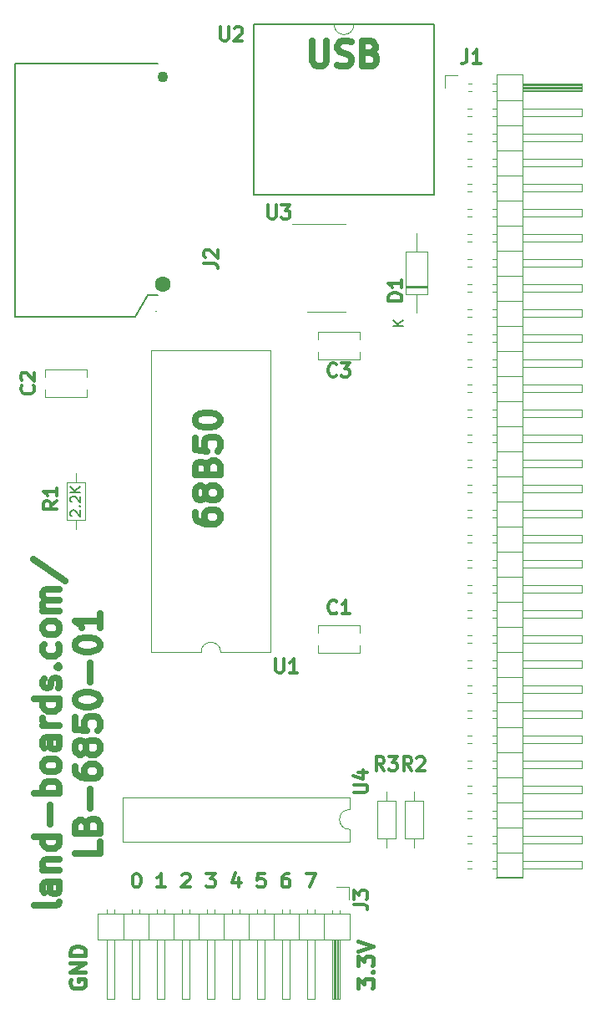
<source format=gto>
G04 #@! TF.GenerationSoftware,KiCad,Pcbnew,(6.0.1)*
G04 #@! TF.CreationDate,2022-09-10T06:26:57-04:00*
G04 #@! TF.ProjectId,LB-68B50-01,4c422d36-3842-4353-902d-30312e6b6963,1*
G04 #@! TF.SameCoordinates,Original*
G04 #@! TF.FileFunction,Legend,Top*
G04 #@! TF.FilePolarity,Positive*
%FSLAX46Y46*%
G04 Gerber Fmt 4.6, Leading zero omitted, Abs format (unit mm)*
G04 Created by KiCad (PCBNEW (6.0.1)) date 2022-09-10 06:26:57*
%MOMM*%
%LPD*%
G01*
G04 APERTURE LIST*
%ADD10C,0.349250*%
%ADD11C,0.396875*%
%ADD12C,0.635000*%
%ADD13C,0.150000*%
%ADD14C,0.120000*%
%ADD15C,0.010000*%
%ADD16C,1.100000*%
%ADD17C,1.600000*%
G04 APERTURE END LIST*
D10*
X144760647Y-134235976D02*
X144900952Y-134235976D01*
X145041257Y-134302500D01*
X145111409Y-134369023D01*
X145181561Y-134502071D01*
X145251714Y-134768166D01*
X145251714Y-135100785D01*
X145181561Y-135366880D01*
X145111409Y-135499928D01*
X145041257Y-135566452D01*
X144900952Y-135632976D01*
X144760647Y-135632976D01*
X144620342Y-135566452D01*
X144550190Y-135499928D01*
X144480038Y-135366880D01*
X144409885Y-135100785D01*
X144409885Y-134768166D01*
X144480038Y-134502071D01*
X144550190Y-134369023D01*
X144620342Y-134302500D01*
X144760647Y-134235976D01*
X147777200Y-135632976D02*
X146935371Y-135632976D01*
X147356285Y-135632976D02*
X147356285Y-134235976D01*
X147215980Y-134435547D01*
X147075676Y-134568595D01*
X146935371Y-134635119D01*
X149460857Y-134369023D02*
X149531009Y-134302500D01*
X149671314Y-134235976D01*
X150022076Y-134235976D01*
X150162380Y-134302500D01*
X150232533Y-134369023D01*
X150302685Y-134502071D01*
X150302685Y-134635119D01*
X150232533Y-134834690D01*
X149390704Y-135632976D01*
X150302685Y-135632976D01*
X151916190Y-134235976D02*
X152828171Y-134235976D01*
X152337104Y-134768166D01*
X152547561Y-134768166D01*
X152687866Y-134834690D01*
X152758019Y-134901214D01*
X152828171Y-135034261D01*
X152828171Y-135366880D01*
X152758019Y-135499928D01*
X152687866Y-135566452D01*
X152547561Y-135632976D01*
X152126647Y-135632976D01*
X151986342Y-135566452D01*
X151916190Y-135499928D01*
X155213352Y-134701642D02*
X155213352Y-135632976D01*
X154862590Y-134169452D02*
X154511828Y-135167309D01*
X155423809Y-135167309D01*
X157808990Y-134235976D02*
X157107466Y-134235976D01*
X157037314Y-134901214D01*
X157107466Y-134834690D01*
X157247771Y-134768166D01*
X157598533Y-134768166D01*
X157738838Y-134834690D01*
X157808990Y-134901214D01*
X157879142Y-135034261D01*
X157879142Y-135366880D01*
X157808990Y-135499928D01*
X157738838Y-135566452D01*
X157598533Y-135632976D01*
X157247771Y-135632976D01*
X157107466Y-135566452D01*
X157037314Y-135499928D01*
X160264323Y-134235976D02*
X159983714Y-134235976D01*
X159843409Y-134302500D01*
X159773257Y-134369023D01*
X159632952Y-134568595D01*
X159562800Y-134834690D01*
X159562800Y-135366880D01*
X159632952Y-135499928D01*
X159703104Y-135566452D01*
X159843409Y-135632976D01*
X160124019Y-135632976D01*
X160264323Y-135566452D01*
X160334476Y-135499928D01*
X160404628Y-135366880D01*
X160404628Y-135034261D01*
X160334476Y-134901214D01*
X160264323Y-134834690D01*
X160124019Y-134768166D01*
X159843409Y-134768166D01*
X159703104Y-134834690D01*
X159632952Y-134901214D01*
X159562800Y-135034261D01*
X162018133Y-134235976D02*
X163000266Y-134235976D01*
X162368895Y-135632976D01*
D11*
X167278654Y-145853452D02*
X167278654Y-144870714D01*
X167883416Y-145399880D01*
X167883416Y-145173095D01*
X167959011Y-145021904D01*
X168034607Y-144946309D01*
X168185797Y-144870714D01*
X168563773Y-144870714D01*
X168714964Y-144946309D01*
X168790559Y-145021904D01*
X168866154Y-145173095D01*
X168866154Y-145626666D01*
X168790559Y-145777857D01*
X168714964Y-145853452D01*
X168714964Y-144190357D02*
X168790559Y-144114761D01*
X168866154Y-144190357D01*
X168790559Y-144265952D01*
X168714964Y-144190357D01*
X168866154Y-144190357D01*
X167278654Y-143585595D02*
X167278654Y-142602857D01*
X167883416Y-143132023D01*
X167883416Y-142905238D01*
X167959011Y-142754047D01*
X168034607Y-142678452D01*
X168185797Y-142602857D01*
X168563773Y-142602857D01*
X168714964Y-142678452D01*
X168790559Y-142754047D01*
X168866154Y-142905238D01*
X168866154Y-143358809D01*
X168790559Y-143510000D01*
X168714964Y-143585595D01*
X167278654Y-142149285D02*
X168866154Y-141620119D01*
X167278654Y-141090952D01*
X138144250Y-144973523D02*
X138068654Y-145124714D01*
X138068654Y-145351500D01*
X138144250Y-145578285D01*
X138295440Y-145729476D01*
X138446630Y-145805071D01*
X138749011Y-145880666D01*
X138975797Y-145880666D01*
X139278178Y-145805071D01*
X139429369Y-145729476D01*
X139580559Y-145578285D01*
X139656154Y-145351500D01*
X139656154Y-145200309D01*
X139580559Y-144973523D01*
X139504964Y-144897928D01*
X138975797Y-144897928D01*
X138975797Y-145200309D01*
X139656154Y-144217571D02*
X138068654Y-144217571D01*
X139656154Y-143310428D01*
X138068654Y-143310428D01*
X139656154Y-142554476D02*
X138068654Y-142554476D01*
X138068654Y-142176500D01*
X138144250Y-141949714D01*
X138295440Y-141798523D01*
X138446630Y-141722928D01*
X138749011Y-141647333D01*
X138975797Y-141647333D01*
X139278178Y-141722928D01*
X139429369Y-141798523D01*
X139580559Y-141949714D01*
X139656154Y-142176500D01*
X139656154Y-142554476D01*
D12*
X150755047Y-97632761D02*
X150755047Y-98116571D01*
X150876000Y-98358476D01*
X150996952Y-98479428D01*
X151359809Y-98721333D01*
X151843619Y-98842285D01*
X152811238Y-98842285D01*
X153053142Y-98721333D01*
X153174095Y-98600380D01*
X153295047Y-98358476D01*
X153295047Y-97874666D01*
X153174095Y-97632761D01*
X153053142Y-97511809D01*
X152811238Y-97390857D01*
X152206476Y-97390857D01*
X151964571Y-97511809D01*
X151843619Y-97632761D01*
X151722666Y-97874666D01*
X151722666Y-98358476D01*
X151843619Y-98600380D01*
X151964571Y-98721333D01*
X152206476Y-98842285D01*
X151843619Y-95939428D02*
X151722666Y-96181333D01*
X151601714Y-96302285D01*
X151359809Y-96423238D01*
X151238857Y-96423238D01*
X150996952Y-96302285D01*
X150876000Y-96181333D01*
X150755047Y-95939428D01*
X150755047Y-95455619D01*
X150876000Y-95213714D01*
X150996952Y-95092761D01*
X151238857Y-94971809D01*
X151359809Y-94971809D01*
X151601714Y-95092761D01*
X151722666Y-95213714D01*
X151843619Y-95455619D01*
X151843619Y-95939428D01*
X151964571Y-96181333D01*
X152085523Y-96302285D01*
X152327428Y-96423238D01*
X152811238Y-96423238D01*
X153053142Y-96302285D01*
X153174095Y-96181333D01*
X153295047Y-95939428D01*
X153295047Y-95455619D01*
X153174095Y-95213714D01*
X153053142Y-95092761D01*
X152811238Y-94971809D01*
X152327428Y-94971809D01*
X152085523Y-95092761D01*
X151964571Y-95213714D01*
X151843619Y-95455619D01*
X151964571Y-93036571D02*
X152085523Y-92673714D01*
X152206476Y-92552761D01*
X152448380Y-92431809D01*
X152811238Y-92431809D01*
X153053142Y-92552761D01*
X153174095Y-92673714D01*
X153295047Y-92915619D01*
X153295047Y-93883238D01*
X150755047Y-93883238D01*
X150755047Y-93036571D01*
X150876000Y-92794666D01*
X150996952Y-92673714D01*
X151238857Y-92552761D01*
X151480761Y-92552761D01*
X151722666Y-92673714D01*
X151843619Y-92794666D01*
X151964571Y-93036571D01*
X151964571Y-93883238D01*
X150755047Y-90133714D02*
X150755047Y-91343238D01*
X151964571Y-91464190D01*
X151843619Y-91343238D01*
X151722666Y-91101333D01*
X151722666Y-90496571D01*
X151843619Y-90254666D01*
X151964571Y-90133714D01*
X152206476Y-90012761D01*
X152811238Y-90012761D01*
X153053142Y-90133714D01*
X153174095Y-90254666D01*
X153295047Y-90496571D01*
X153295047Y-91101333D01*
X153174095Y-91343238D01*
X153053142Y-91464190D01*
X150755047Y-88440380D02*
X150755047Y-88198476D01*
X150876000Y-87956571D01*
X150996952Y-87835619D01*
X151238857Y-87714666D01*
X151722666Y-87593714D01*
X152327428Y-87593714D01*
X152811238Y-87714666D01*
X153053142Y-87835619D01*
X153174095Y-87956571D01*
X153295047Y-88198476D01*
X153295047Y-88440380D01*
X153174095Y-88682285D01*
X153053142Y-88803238D01*
X152811238Y-88924190D01*
X152327428Y-89045142D01*
X151722666Y-89045142D01*
X151238857Y-88924190D01*
X150996952Y-88803238D01*
X150876000Y-88682285D01*
X150755047Y-88440380D01*
X137026347Y-137135809D02*
X136905395Y-137377714D01*
X136663490Y-137498666D01*
X134486347Y-137498666D01*
X137026347Y-135079619D02*
X135695871Y-135079619D01*
X135453966Y-135200571D01*
X135333014Y-135442476D01*
X135333014Y-135926285D01*
X135453966Y-136168190D01*
X136905395Y-135079619D02*
X137026347Y-135321523D01*
X137026347Y-135926285D01*
X136905395Y-136168190D01*
X136663490Y-136289142D01*
X136421585Y-136289142D01*
X136179680Y-136168190D01*
X136058728Y-135926285D01*
X136058728Y-135321523D01*
X135937776Y-135079619D01*
X135333014Y-133870095D02*
X137026347Y-133870095D01*
X135574919Y-133870095D02*
X135453966Y-133749142D01*
X135333014Y-133507238D01*
X135333014Y-133144380D01*
X135453966Y-132902476D01*
X135695871Y-132781523D01*
X137026347Y-132781523D01*
X137026347Y-130483428D02*
X134486347Y-130483428D01*
X136905395Y-130483428D02*
X137026347Y-130725333D01*
X137026347Y-131209142D01*
X136905395Y-131451047D01*
X136784442Y-131572000D01*
X136542538Y-131692952D01*
X135816823Y-131692952D01*
X135574919Y-131572000D01*
X135453966Y-131451047D01*
X135333014Y-131209142D01*
X135333014Y-130725333D01*
X135453966Y-130483428D01*
X136058728Y-129273904D02*
X136058728Y-127338666D01*
X137026347Y-126129142D02*
X134486347Y-126129142D01*
X135453966Y-126129142D02*
X135333014Y-125887238D01*
X135333014Y-125403428D01*
X135453966Y-125161523D01*
X135574919Y-125040571D01*
X135816823Y-124919619D01*
X136542538Y-124919619D01*
X136784442Y-125040571D01*
X136905395Y-125161523D01*
X137026347Y-125403428D01*
X137026347Y-125887238D01*
X136905395Y-126129142D01*
X137026347Y-123468190D02*
X136905395Y-123710095D01*
X136784442Y-123831047D01*
X136542538Y-123952000D01*
X135816823Y-123952000D01*
X135574919Y-123831047D01*
X135453966Y-123710095D01*
X135333014Y-123468190D01*
X135333014Y-123105333D01*
X135453966Y-122863428D01*
X135574919Y-122742476D01*
X135816823Y-122621523D01*
X136542538Y-122621523D01*
X136784442Y-122742476D01*
X136905395Y-122863428D01*
X137026347Y-123105333D01*
X137026347Y-123468190D01*
X137026347Y-120444380D02*
X135695871Y-120444380D01*
X135453966Y-120565333D01*
X135333014Y-120807238D01*
X135333014Y-121291047D01*
X135453966Y-121532952D01*
X136905395Y-120444380D02*
X137026347Y-120686285D01*
X137026347Y-121291047D01*
X136905395Y-121532952D01*
X136663490Y-121653904D01*
X136421585Y-121653904D01*
X136179680Y-121532952D01*
X136058728Y-121291047D01*
X136058728Y-120686285D01*
X135937776Y-120444380D01*
X137026347Y-119234857D02*
X135333014Y-119234857D01*
X135816823Y-119234857D02*
X135574919Y-119113904D01*
X135453966Y-118992952D01*
X135333014Y-118751047D01*
X135333014Y-118509142D01*
X137026347Y-116573904D02*
X134486347Y-116573904D01*
X136905395Y-116573904D02*
X137026347Y-116815809D01*
X137026347Y-117299619D01*
X136905395Y-117541523D01*
X136784442Y-117662476D01*
X136542538Y-117783428D01*
X135816823Y-117783428D01*
X135574919Y-117662476D01*
X135453966Y-117541523D01*
X135333014Y-117299619D01*
X135333014Y-116815809D01*
X135453966Y-116573904D01*
X136905395Y-115485333D02*
X137026347Y-115243428D01*
X137026347Y-114759619D01*
X136905395Y-114517714D01*
X136663490Y-114396761D01*
X136542538Y-114396761D01*
X136300633Y-114517714D01*
X136179680Y-114759619D01*
X136179680Y-115122476D01*
X136058728Y-115364380D01*
X135816823Y-115485333D01*
X135695871Y-115485333D01*
X135453966Y-115364380D01*
X135333014Y-115122476D01*
X135333014Y-114759619D01*
X135453966Y-114517714D01*
X136784442Y-113308190D02*
X136905395Y-113187238D01*
X137026347Y-113308190D01*
X136905395Y-113429142D01*
X136784442Y-113308190D01*
X137026347Y-113308190D01*
X136905395Y-111010095D02*
X137026347Y-111252000D01*
X137026347Y-111735809D01*
X136905395Y-111977714D01*
X136784442Y-112098666D01*
X136542538Y-112219619D01*
X135816823Y-112219619D01*
X135574919Y-112098666D01*
X135453966Y-111977714D01*
X135333014Y-111735809D01*
X135333014Y-111252000D01*
X135453966Y-111010095D01*
X137026347Y-109558666D02*
X136905395Y-109800571D01*
X136784442Y-109921523D01*
X136542538Y-110042476D01*
X135816823Y-110042476D01*
X135574919Y-109921523D01*
X135453966Y-109800571D01*
X135333014Y-109558666D01*
X135333014Y-109195809D01*
X135453966Y-108953904D01*
X135574919Y-108832952D01*
X135816823Y-108712000D01*
X136542538Y-108712000D01*
X136784442Y-108832952D01*
X136905395Y-108953904D01*
X137026347Y-109195809D01*
X137026347Y-109558666D01*
X137026347Y-107623428D02*
X135333014Y-107623428D01*
X135574919Y-107623428D02*
X135453966Y-107502476D01*
X135333014Y-107260571D01*
X135333014Y-106897714D01*
X135453966Y-106655809D01*
X135695871Y-106534857D01*
X137026347Y-106534857D01*
X135695871Y-106534857D02*
X135453966Y-106413904D01*
X135333014Y-106172000D01*
X135333014Y-105809142D01*
X135453966Y-105567238D01*
X135695871Y-105446285D01*
X137026347Y-105446285D01*
X134365395Y-102422476D02*
X137631109Y-104599619D01*
X141115747Y-131027714D02*
X141115747Y-132237238D01*
X138575747Y-132237238D01*
X139785271Y-129334380D02*
X139906223Y-128971523D01*
X140027176Y-128850571D01*
X140269080Y-128729619D01*
X140631938Y-128729619D01*
X140873842Y-128850571D01*
X140994795Y-128971523D01*
X141115747Y-129213428D01*
X141115747Y-130181047D01*
X138575747Y-130181047D01*
X138575747Y-129334380D01*
X138696700Y-129092476D01*
X138817652Y-128971523D01*
X139059557Y-128850571D01*
X139301461Y-128850571D01*
X139543366Y-128971523D01*
X139664319Y-129092476D01*
X139785271Y-129334380D01*
X139785271Y-130181047D01*
X140148128Y-127641047D02*
X140148128Y-125705809D01*
X138575747Y-123407714D02*
X138575747Y-123891523D01*
X138696700Y-124133428D01*
X138817652Y-124254380D01*
X139180509Y-124496285D01*
X139664319Y-124617238D01*
X140631938Y-124617238D01*
X140873842Y-124496285D01*
X140994795Y-124375333D01*
X141115747Y-124133428D01*
X141115747Y-123649619D01*
X140994795Y-123407714D01*
X140873842Y-123286761D01*
X140631938Y-123165809D01*
X140027176Y-123165809D01*
X139785271Y-123286761D01*
X139664319Y-123407714D01*
X139543366Y-123649619D01*
X139543366Y-124133428D01*
X139664319Y-124375333D01*
X139785271Y-124496285D01*
X140027176Y-124617238D01*
X139664319Y-121714380D02*
X139543366Y-121956285D01*
X139422414Y-122077238D01*
X139180509Y-122198190D01*
X139059557Y-122198190D01*
X138817652Y-122077238D01*
X138696700Y-121956285D01*
X138575747Y-121714380D01*
X138575747Y-121230571D01*
X138696700Y-120988666D01*
X138817652Y-120867714D01*
X139059557Y-120746761D01*
X139180509Y-120746761D01*
X139422414Y-120867714D01*
X139543366Y-120988666D01*
X139664319Y-121230571D01*
X139664319Y-121714380D01*
X139785271Y-121956285D01*
X139906223Y-122077238D01*
X140148128Y-122198190D01*
X140631938Y-122198190D01*
X140873842Y-122077238D01*
X140994795Y-121956285D01*
X141115747Y-121714380D01*
X141115747Y-121230571D01*
X140994795Y-120988666D01*
X140873842Y-120867714D01*
X140631938Y-120746761D01*
X140148128Y-120746761D01*
X139906223Y-120867714D01*
X139785271Y-120988666D01*
X139664319Y-121230571D01*
X138575747Y-118448666D02*
X138575747Y-119658190D01*
X139785271Y-119779142D01*
X139664319Y-119658190D01*
X139543366Y-119416285D01*
X139543366Y-118811523D01*
X139664319Y-118569619D01*
X139785271Y-118448666D01*
X140027176Y-118327714D01*
X140631938Y-118327714D01*
X140873842Y-118448666D01*
X140994795Y-118569619D01*
X141115747Y-118811523D01*
X141115747Y-119416285D01*
X140994795Y-119658190D01*
X140873842Y-119779142D01*
X138575747Y-116755333D02*
X138575747Y-116513428D01*
X138696700Y-116271523D01*
X138817652Y-116150571D01*
X139059557Y-116029619D01*
X139543366Y-115908666D01*
X140148128Y-115908666D01*
X140631938Y-116029619D01*
X140873842Y-116150571D01*
X140994795Y-116271523D01*
X141115747Y-116513428D01*
X141115747Y-116755333D01*
X140994795Y-116997238D01*
X140873842Y-117118190D01*
X140631938Y-117239142D01*
X140148128Y-117360095D01*
X139543366Y-117360095D01*
X139059557Y-117239142D01*
X138817652Y-117118190D01*
X138696700Y-116997238D01*
X138575747Y-116755333D01*
X140148128Y-114820095D02*
X140148128Y-112884857D01*
X138575747Y-111191523D02*
X138575747Y-110949619D01*
X138696700Y-110707714D01*
X138817652Y-110586761D01*
X139059557Y-110465809D01*
X139543366Y-110344857D01*
X140148128Y-110344857D01*
X140631938Y-110465809D01*
X140873842Y-110586761D01*
X140994795Y-110707714D01*
X141115747Y-110949619D01*
X141115747Y-111191523D01*
X140994795Y-111433428D01*
X140873842Y-111554380D01*
X140631938Y-111675333D01*
X140148128Y-111796285D01*
X139543366Y-111796285D01*
X139059557Y-111675333D01*
X138817652Y-111554380D01*
X138696700Y-111433428D01*
X138575747Y-111191523D01*
X141115747Y-107925809D02*
X141115747Y-109377238D01*
X141115747Y-108651523D02*
X138575747Y-108651523D01*
X138938604Y-108893428D01*
X139180509Y-109135333D01*
X139301461Y-109377238D01*
X162656761Y-49917047D02*
X162656761Y-51973238D01*
X162777714Y-52215142D01*
X162898666Y-52336095D01*
X163140571Y-52457047D01*
X163624380Y-52457047D01*
X163866285Y-52336095D01*
X163987238Y-52215142D01*
X164108190Y-51973238D01*
X164108190Y-49917047D01*
X165196761Y-52336095D02*
X165559619Y-52457047D01*
X166164380Y-52457047D01*
X166406285Y-52336095D01*
X166527238Y-52215142D01*
X166648190Y-51973238D01*
X166648190Y-51731333D01*
X166527238Y-51489428D01*
X166406285Y-51368476D01*
X166164380Y-51247523D01*
X165680571Y-51126571D01*
X165438666Y-51005619D01*
X165317714Y-50884666D01*
X165196761Y-50642761D01*
X165196761Y-50400857D01*
X165317714Y-50158952D01*
X165438666Y-50038000D01*
X165680571Y-49917047D01*
X166285333Y-49917047D01*
X166648190Y-50038000D01*
X168583428Y-51126571D02*
X168946285Y-51247523D01*
X169067238Y-51368476D01*
X169188190Y-51610380D01*
X169188190Y-51973238D01*
X169067238Y-52215142D01*
X168946285Y-52336095D01*
X168704380Y-52457047D01*
X167736761Y-52457047D01*
X167736761Y-49917047D01*
X168583428Y-49917047D01*
X168825333Y-50038000D01*
X168946285Y-50158952D01*
X169067238Y-50400857D01*
X169067238Y-50642761D01*
X168946285Y-50884666D01*
X168825333Y-51005619D01*
X168583428Y-51126571D01*
X167736761Y-51126571D01*
D10*
X178350333Y-50796976D02*
X178350333Y-51794833D01*
X178283809Y-51994404D01*
X178150761Y-52127452D01*
X177951190Y-52193976D01*
X177818142Y-52193976D01*
X179747333Y-52193976D02*
X178949047Y-52193976D01*
X179348190Y-52193976D02*
X179348190Y-50796976D01*
X179215142Y-50996547D01*
X179082095Y-51129595D01*
X178949047Y-51196119D01*
X158955619Y-112518976D02*
X158955619Y-113649880D01*
X159022142Y-113782928D01*
X159088666Y-113849452D01*
X159221714Y-113915976D01*
X159487809Y-113915976D01*
X159620857Y-113849452D01*
X159687380Y-113782928D01*
X159753904Y-113649880D01*
X159753904Y-112518976D01*
X161150904Y-113915976D02*
X160352619Y-113915976D01*
X160751761Y-113915976D02*
X160751761Y-112518976D01*
X160618714Y-112718547D01*
X160485666Y-112851595D01*
X160352619Y-112918119D01*
X136775976Y-96498833D02*
X136110738Y-96964500D01*
X136775976Y-97297119D02*
X135378976Y-97297119D01*
X135378976Y-96764928D01*
X135445500Y-96631880D01*
X135512023Y-96565357D01*
X135645071Y-96498833D01*
X135844642Y-96498833D01*
X135977690Y-96565357D01*
X136044214Y-96631880D01*
X136110738Y-96764928D01*
X136110738Y-97297119D01*
X136775976Y-95168357D02*
X136775976Y-95966642D01*
X136775976Y-95567500D02*
X135378976Y-95567500D01*
X135578547Y-95700547D01*
X135711595Y-95833595D01*
X135778119Y-95966642D01*
D13*
X138231619Y-98020000D02*
X138184000Y-97972380D01*
X138136380Y-97877142D01*
X138136380Y-97639047D01*
X138184000Y-97543809D01*
X138231619Y-97496190D01*
X138326857Y-97448571D01*
X138422095Y-97448571D01*
X138564952Y-97496190D01*
X139136380Y-98067619D01*
X139136380Y-97448571D01*
X139041142Y-97020000D02*
X139088761Y-96972380D01*
X139136380Y-97020000D01*
X139088761Y-97067619D01*
X139041142Y-97020000D01*
X139136380Y-97020000D01*
X138231619Y-96591428D02*
X138184000Y-96543809D01*
X138136380Y-96448571D01*
X138136380Y-96210476D01*
X138184000Y-96115238D01*
X138231619Y-96067619D01*
X138326857Y-96020000D01*
X138422095Y-96020000D01*
X138564952Y-96067619D01*
X139136380Y-96639047D01*
X139136380Y-96020000D01*
X139136380Y-95591428D02*
X138136380Y-95591428D01*
X139136380Y-95020000D02*
X138564952Y-95448571D01*
X138136380Y-95020000D02*
X138707809Y-95591428D01*
D10*
X151675476Y-72442666D02*
X152673333Y-72442666D01*
X152872904Y-72509190D01*
X153005952Y-72642238D01*
X153072476Y-72841809D01*
X153072476Y-72974857D01*
X151808523Y-71843952D02*
X151742000Y-71777428D01*
X151675476Y-71644380D01*
X151675476Y-71311761D01*
X151742000Y-71178714D01*
X151808523Y-71112190D01*
X151941571Y-71045666D01*
X152074619Y-71045666D01*
X152274190Y-71112190D01*
X153072476Y-71910476D01*
X153072476Y-71045666D01*
X166874976Y-126032380D02*
X168005880Y-126032380D01*
X168138928Y-125965857D01*
X168205452Y-125899333D01*
X168271976Y-125766285D01*
X168271976Y-125500190D01*
X168205452Y-125367142D01*
X168138928Y-125300619D01*
X168005880Y-125234095D01*
X166874976Y-125234095D01*
X167340642Y-123970142D02*
X168271976Y-123970142D01*
X166808452Y-124302761D02*
X167806309Y-124635380D01*
X167806309Y-123770571D01*
X153367619Y-48510976D02*
X153367619Y-49641880D01*
X153434142Y-49774928D01*
X153500666Y-49841452D01*
X153633714Y-49907976D01*
X153899809Y-49907976D01*
X154032857Y-49841452D01*
X154099380Y-49774928D01*
X154165904Y-49641880D01*
X154165904Y-48510976D01*
X154764619Y-48644023D02*
X154831142Y-48577500D01*
X154964190Y-48510976D01*
X155296809Y-48510976D01*
X155429857Y-48577500D01*
X155496380Y-48644023D01*
X155562904Y-48777071D01*
X155562904Y-48910119D01*
X155496380Y-49109690D01*
X154698095Y-49907976D01*
X155562904Y-49907976D01*
X165141166Y-107813928D02*
X165074642Y-107880452D01*
X164875071Y-107946976D01*
X164742023Y-107946976D01*
X164542452Y-107880452D01*
X164409404Y-107747404D01*
X164342880Y-107614357D01*
X164276357Y-107348261D01*
X164276357Y-107148690D01*
X164342880Y-106882595D01*
X164409404Y-106749547D01*
X164542452Y-106616500D01*
X164742023Y-106549976D01*
X164875071Y-106549976D01*
X165074642Y-106616500D01*
X165141166Y-106683023D01*
X166471642Y-107946976D02*
X165673357Y-107946976D01*
X166072500Y-107946976D02*
X166072500Y-106549976D01*
X165939452Y-106749547D01*
X165806404Y-106882595D01*
X165673357Y-106949119D01*
X158193619Y-66544976D02*
X158193619Y-67675880D01*
X158260142Y-67808928D01*
X158326666Y-67875452D01*
X158459714Y-67941976D01*
X158725809Y-67941976D01*
X158858857Y-67875452D01*
X158925380Y-67808928D01*
X158991904Y-67675880D01*
X158991904Y-66544976D01*
X159524095Y-66544976D02*
X160388904Y-66544976D01*
X159923238Y-67077166D01*
X160122809Y-67077166D01*
X160255857Y-67143690D01*
X160322380Y-67210214D01*
X160388904Y-67343261D01*
X160388904Y-67675880D01*
X160322380Y-67808928D01*
X160255857Y-67875452D01*
X160122809Y-67941976D01*
X159723666Y-67941976D01*
X159590619Y-67875452D01*
X159524095Y-67808928D01*
X134356928Y-84814833D02*
X134423452Y-84881357D01*
X134489976Y-85080928D01*
X134489976Y-85213976D01*
X134423452Y-85413547D01*
X134290404Y-85546595D01*
X134157357Y-85613119D01*
X133891261Y-85679642D01*
X133691690Y-85679642D01*
X133425595Y-85613119D01*
X133292547Y-85546595D01*
X133159500Y-85413547D01*
X133092976Y-85213976D01*
X133092976Y-85080928D01*
X133159500Y-84881357D01*
X133226023Y-84814833D01*
X133226023Y-84282642D02*
X133159500Y-84216119D01*
X133092976Y-84083071D01*
X133092976Y-83750452D01*
X133159500Y-83617404D01*
X133226023Y-83550880D01*
X133359071Y-83484357D01*
X133492119Y-83484357D01*
X133691690Y-83550880D01*
X134489976Y-84349166D01*
X134489976Y-83484357D01*
X171739976Y-76215119D02*
X170342976Y-76215119D01*
X170342976Y-75882500D01*
X170409500Y-75682928D01*
X170542547Y-75549880D01*
X170675595Y-75483357D01*
X170941690Y-75416833D01*
X171141261Y-75416833D01*
X171407357Y-75483357D01*
X171540404Y-75549880D01*
X171673452Y-75682928D01*
X171739976Y-75882500D01*
X171739976Y-76215119D01*
X171739976Y-74086357D02*
X171739976Y-74884642D01*
X171739976Y-74485500D02*
X170342976Y-74485500D01*
X170542547Y-74618547D01*
X170675595Y-74751595D01*
X170742119Y-74884642D01*
D13*
X171880380Y-78747904D02*
X170880380Y-78747904D01*
X171880380Y-78176476D02*
X171308952Y-78605047D01*
X170880380Y-78176476D02*
X171451809Y-78747904D01*
D10*
X169947166Y-123821976D02*
X169481500Y-123156738D01*
X169148880Y-123821976D02*
X169148880Y-122424976D01*
X169681071Y-122424976D01*
X169814119Y-122491500D01*
X169880642Y-122558023D01*
X169947166Y-122691071D01*
X169947166Y-122890642D01*
X169880642Y-123023690D01*
X169814119Y-123090214D01*
X169681071Y-123156738D01*
X169148880Y-123156738D01*
X170412833Y-122424976D02*
X171277642Y-122424976D01*
X170811976Y-122957166D01*
X171011547Y-122957166D01*
X171144595Y-123023690D01*
X171211119Y-123090214D01*
X171277642Y-123223261D01*
X171277642Y-123555880D01*
X171211119Y-123688928D01*
X171144595Y-123755452D01*
X171011547Y-123821976D01*
X170612404Y-123821976D01*
X170479357Y-123755452D01*
X170412833Y-123688928D01*
X166874976Y-137371666D02*
X167872833Y-137371666D01*
X168072404Y-137438190D01*
X168205452Y-137571238D01*
X168271976Y-137770809D01*
X168271976Y-137903857D01*
X166874976Y-136839476D02*
X166874976Y-135974666D01*
X167407166Y-136440333D01*
X167407166Y-136240761D01*
X167473690Y-136107714D01*
X167540214Y-136041190D01*
X167673261Y-135974666D01*
X168005880Y-135974666D01*
X168138928Y-136041190D01*
X168205452Y-136107714D01*
X168271976Y-136240761D01*
X168271976Y-136639904D01*
X168205452Y-136772952D01*
X168138928Y-136839476D01*
X172741166Y-123821976D02*
X172275500Y-123156738D01*
X171942880Y-123821976D02*
X171942880Y-122424976D01*
X172475071Y-122424976D01*
X172608119Y-122491500D01*
X172674642Y-122558023D01*
X172741166Y-122691071D01*
X172741166Y-122890642D01*
X172674642Y-123023690D01*
X172608119Y-123090214D01*
X172475071Y-123156738D01*
X171942880Y-123156738D01*
X173273357Y-122558023D02*
X173339880Y-122491500D01*
X173472928Y-122424976D01*
X173805547Y-122424976D01*
X173938595Y-122491500D01*
X174005119Y-122558023D01*
X174071642Y-122691071D01*
X174071642Y-122824119D01*
X174005119Y-123023690D01*
X173206833Y-123821976D01*
X174071642Y-123821976D01*
X165121166Y-83810928D02*
X165054642Y-83877452D01*
X164855071Y-83943976D01*
X164722023Y-83943976D01*
X164522452Y-83877452D01*
X164389404Y-83744404D01*
X164322880Y-83611357D01*
X164256357Y-83345261D01*
X164256357Y-83145690D01*
X164322880Y-82879595D01*
X164389404Y-82746547D01*
X164522452Y-82613500D01*
X164722023Y-82546976D01*
X164855071Y-82546976D01*
X165054642Y-82613500D01*
X165121166Y-82680023D01*
X165586833Y-82546976D02*
X166451642Y-82546976D01*
X165985976Y-83079166D01*
X166185547Y-83079166D01*
X166318595Y-83145690D01*
X166385119Y-83212214D01*
X166451642Y-83345261D01*
X166451642Y-83677880D01*
X166385119Y-83810928D01*
X166318595Y-83877452D01*
X166185547Y-83943976D01*
X165786404Y-83943976D01*
X165653357Y-83877452D01*
X165586833Y-83810928D01*
D14*
X189990000Y-90555000D02*
X183990000Y-90555000D01*
X183990000Y-59315000D02*
X189990000Y-59315000D01*
X181330000Y-66045000D02*
X183990000Y-66045000D01*
X180932929Y-75315000D02*
X181330000Y-75315000D01*
X178392929Y-72775000D02*
X178847071Y-72775000D01*
X178392929Y-93095000D02*
X178847071Y-93095000D01*
X189990000Y-67695000D02*
X183990000Y-67695000D01*
X189990000Y-84715000D02*
X189990000Y-85475000D01*
X178392929Y-98175000D02*
X178847071Y-98175000D01*
X178392929Y-67695000D02*
X178847071Y-67695000D01*
X178392929Y-107575000D02*
X178847071Y-107575000D01*
X178392929Y-57535000D02*
X178847071Y-57535000D01*
X178392929Y-70235000D02*
X178847071Y-70235000D01*
X181330000Y-53285000D02*
X181330000Y-134625000D01*
X189990000Y-131195000D02*
X183990000Y-131195000D01*
X180932929Y-97415000D02*
X181330000Y-97415000D01*
X180932929Y-105795000D02*
X181330000Y-105795000D01*
X189990000Y-110115000D02*
X189990000Y-110875000D01*
X178392929Y-115195000D02*
X178847071Y-115195000D01*
X180932929Y-99955000D02*
X181330000Y-99955000D01*
X180932929Y-121035000D02*
X181330000Y-121035000D01*
X189990000Y-69475000D02*
X189990000Y-70235000D01*
X180932929Y-74555000D02*
X181330000Y-74555000D01*
X189990000Y-105795000D02*
X183990000Y-105795000D01*
X183990000Y-72015000D02*
X189990000Y-72015000D01*
X178392929Y-82935000D02*
X178847071Y-82935000D01*
X178392929Y-80395000D02*
X178847071Y-80395000D01*
X181330000Y-129545000D02*
X183990000Y-129545000D01*
X181330000Y-96525000D02*
X183990000Y-96525000D01*
X183990000Y-112655000D02*
X189990000Y-112655000D01*
X180932929Y-79635000D02*
X181330000Y-79635000D01*
X183990000Y-54235000D02*
X189990000Y-54235000D01*
X180932929Y-82935000D02*
X181330000Y-82935000D01*
X180932929Y-92335000D02*
X181330000Y-92335000D01*
X178392929Y-62615000D02*
X178847071Y-62615000D01*
X183990000Y-110115000D02*
X189990000Y-110115000D01*
X178392929Y-82175000D02*
X178847071Y-82175000D01*
X189990000Y-82935000D02*
X183990000Y-82935000D01*
X180932929Y-66935000D02*
X181330000Y-66935000D01*
X178392929Y-64395000D02*
X178847071Y-64395000D01*
X181330000Y-99065000D02*
X183990000Y-99065000D01*
X189990000Y-85475000D02*
X183990000Y-85475000D01*
D13*
X181330000Y-134625000D02*
X183990000Y-134625000D01*
D14*
X180932929Y-113415000D02*
X181330000Y-113415000D01*
X178392929Y-105795000D02*
X178847071Y-105795000D01*
X180932929Y-103255000D02*
X181330000Y-103255000D01*
X178392929Y-110115000D02*
X178847071Y-110115000D01*
X181330000Y-116845000D02*
X183990000Y-116845000D01*
X181330000Y-132085000D02*
X183990000Y-132085000D01*
X180932929Y-128655000D02*
X181330000Y-128655000D01*
X180932929Y-87255000D02*
X181330000Y-87255000D01*
X178392929Y-88015000D02*
X178847071Y-88015000D01*
X178392929Y-125355000D02*
X178847071Y-125355000D01*
X181330000Y-81285000D02*
X183990000Y-81285000D01*
X178392929Y-127895000D02*
X178847071Y-127895000D01*
X180932929Y-62615000D02*
X181330000Y-62615000D01*
X178392929Y-132975000D02*
X178847071Y-132975000D01*
X180932929Y-54995000D02*
X181330000Y-54995000D01*
X189990000Y-112655000D02*
X189990000Y-113415000D01*
X180932929Y-127895000D02*
X181330000Y-127895000D01*
X181330000Y-119385000D02*
X183990000Y-119385000D01*
X183990000Y-54535000D02*
X189990000Y-54535000D01*
X189990000Y-123575000D02*
X183990000Y-123575000D01*
X183990000Y-66935000D02*
X189990000Y-66935000D01*
X178392929Y-120275000D02*
X178847071Y-120275000D01*
X189990000Y-128655000D02*
X183990000Y-128655000D01*
X189990000Y-95635000D02*
X183990000Y-95635000D01*
X189990000Y-70235000D02*
X183990000Y-70235000D01*
X181330000Y-101605000D02*
X183990000Y-101605000D01*
X183990000Y-107575000D02*
X189990000Y-107575000D01*
X178460000Y-54995000D02*
X178847071Y-54995000D01*
X180932929Y-123575000D02*
X181330000Y-123575000D01*
X180932929Y-110875000D02*
X181330000Y-110875000D01*
X189990000Y-115955000D02*
X183990000Y-115955000D01*
X181330000Y-55885000D02*
X183990000Y-55885000D01*
X189990000Y-72015000D02*
X189990000Y-72775000D01*
X183990000Y-56775000D02*
X189990000Y-56775000D01*
X189990000Y-92335000D02*
X189990000Y-93095000D01*
X183990000Y-54775000D02*
X189990000Y-54775000D01*
X189990000Y-56775000D02*
X189990000Y-57535000D01*
X181330000Y-78745000D02*
X183990000Y-78745000D01*
X178392929Y-87255000D02*
X178847071Y-87255000D01*
X181330000Y-121925000D02*
X183990000Y-121925000D01*
X183990000Y-61855000D02*
X189990000Y-61855000D01*
X189990000Y-66935000D02*
X189990000Y-67695000D01*
X183990000Y-132975000D02*
X189990000Y-132975000D01*
X183990000Y-54415000D02*
X189990000Y-54415000D01*
X189990000Y-132975000D02*
X189990000Y-133735000D01*
X180932929Y-84715000D02*
X181330000Y-84715000D01*
X178392929Y-94875000D02*
X178847071Y-94875000D01*
X178392929Y-59315000D02*
X178847071Y-59315000D01*
X181330000Y-93985000D02*
X183990000Y-93985000D01*
X180932929Y-115195000D02*
X181330000Y-115195000D01*
X180932929Y-125355000D02*
X181330000Y-125355000D01*
X189990000Y-98175000D02*
X183990000Y-98175000D01*
X189990000Y-121035000D02*
X183990000Y-121035000D01*
X178392929Y-74555000D02*
X178847071Y-74555000D01*
X178392929Y-92335000D02*
X178847071Y-92335000D01*
X183990000Y-92335000D02*
X189990000Y-92335000D01*
X183990000Y-54295000D02*
X189990000Y-54295000D01*
X183990000Y-102495000D02*
X189990000Y-102495000D01*
X178392929Y-84715000D02*
X178847071Y-84715000D01*
X189990000Y-54995000D02*
X183990000Y-54995000D01*
X180932929Y-95635000D02*
X181330000Y-95635000D01*
X180932929Y-118495000D02*
X181330000Y-118495000D01*
X183990000Y-105035000D02*
X189990000Y-105035000D01*
X181330000Y-60965000D02*
X183990000Y-60965000D01*
X178392929Y-118495000D02*
X178847071Y-118495000D01*
X189990000Y-89795000D02*
X189990000Y-90555000D01*
X180932929Y-102495000D02*
X181330000Y-102495000D01*
X189990000Y-54235000D02*
X189990000Y-54995000D01*
X181330000Y-83825000D02*
X183990000Y-83825000D01*
X180932929Y-122815000D02*
X181330000Y-122815000D01*
X181330000Y-71125000D02*
X183990000Y-71125000D01*
X178392929Y-97415000D02*
X178847071Y-97415000D01*
X181330000Y-104145000D02*
X183990000Y-104145000D01*
X183990000Y-77095000D02*
X189990000Y-77095000D01*
X180932929Y-115955000D02*
X181330000Y-115955000D01*
X180932929Y-60075000D02*
X181330000Y-60075000D01*
X178392929Y-99955000D02*
X178847071Y-99955000D01*
X181330000Y-111765000D02*
X183990000Y-111765000D01*
X178392929Y-61855000D02*
X178847071Y-61855000D01*
X180932929Y-90555000D02*
X181330000Y-90555000D01*
X189990000Y-108335000D02*
X183990000Y-108335000D01*
X183990000Y-94875000D02*
X189990000Y-94875000D01*
X189990000Y-88015000D02*
X183990000Y-88015000D01*
X183990000Y-130435000D02*
X189990000Y-130435000D01*
X189990000Y-72775000D02*
X183990000Y-72775000D01*
X189990000Y-130435000D02*
X189990000Y-131195000D01*
X180932929Y-77095000D02*
X181330000Y-77095000D01*
X180932929Y-59315000D02*
X181330000Y-59315000D01*
X189990000Y-113415000D02*
X183990000Y-113415000D01*
X189990000Y-117735000D02*
X189990000Y-118495000D01*
X180932929Y-72775000D02*
X181330000Y-72775000D01*
X180932929Y-65155000D02*
X181330000Y-65155000D01*
X178392929Y-56775000D02*
X178847071Y-56775000D01*
X180932929Y-112655000D02*
X181330000Y-112655000D01*
X189990000Y-115195000D02*
X189990000Y-115955000D01*
X189990000Y-79635000D02*
X189990000Y-80395000D01*
X181330000Y-76205000D02*
X183990000Y-76205000D01*
X189990000Y-77855000D02*
X183990000Y-77855000D01*
X180932929Y-72015000D02*
X181330000Y-72015000D01*
X189990000Y-107575000D02*
X189990000Y-108335000D01*
X189990000Y-125355000D02*
X189990000Y-126115000D01*
X178392929Y-65155000D02*
X178847071Y-65155000D01*
X180932929Y-57535000D02*
X181330000Y-57535000D01*
X178392929Y-69475000D02*
X178847071Y-69475000D01*
X178392929Y-79635000D02*
X178847071Y-79635000D01*
X183990000Y-99955000D02*
X189990000Y-99955000D01*
X178392929Y-72015000D02*
X178847071Y-72015000D01*
X189990000Y-82175000D02*
X189990000Y-82935000D01*
X181330000Y-109225000D02*
X183990000Y-109225000D01*
X183990000Y-125355000D02*
X189990000Y-125355000D01*
X181330000Y-86365000D02*
X183990000Y-86365000D01*
X189990000Y-64395000D02*
X189990000Y-65155000D01*
X183990000Y-117735000D02*
X189990000Y-117735000D01*
X189990000Y-65155000D02*
X183990000Y-65155000D01*
X181330000Y-106685000D02*
X183990000Y-106685000D01*
X178392929Y-110875000D02*
X178847071Y-110875000D01*
X183990000Y-69475000D02*
X189990000Y-69475000D01*
X178392929Y-100715000D02*
X178847071Y-100715000D01*
X181330000Y-68585000D02*
X183990000Y-68585000D01*
X189990000Y-75315000D02*
X183990000Y-75315000D01*
X180932929Y-126115000D02*
X181330000Y-126115000D01*
X178392929Y-77095000D02*
X178847071Y-77095000D01*
X189990000Y-80395000D02*
X183990000Y-80395000D01*
X181330000Y-63505000D02*
X183990000Y-63505000D01*
X178392929Y-123575000D02*
X178847071Y-123575000D01*
X180932929Y-88015000D02*
X181330000Y-88015000D01*
X189990000Y-118495000D02*
X183990000Y-118495000D01*
X176080000Y-53345000D02*
X177350000Y-53345000D01*
X189990000Y-94875000D02*
X189990000Y-95635000D01*
X189990000Y-127895000D02*
X189990000Y-128655000D01*
X178460000Y-54235000D02*
X178847071Y-54235000D01*
X183990000Y-89795000D02*
X189990000Y-89795000D01*
X180932929Y-133735000D02*
X181330000Y-133735000D01*
X183990000Y-54895000D02*
X189990000Y-54895000D01*
X178392929Y-85475000D02*
X178847071Y-85475000D01*
X178392929Y-75315000D02*
X178847071Y-75315000D01*
X178392929Y-121035000D02*
X178847071Y-121035000D01*
X178392929Y-102495000D02*
X178847071Y-102495000D01*
X178392929Y-112655000D02*
X178847071Y-112655000D01*
X180932929Y-67695000D02*
X181330000Y-67695000D01*
X183990000Y-127895000D02*
X189990000Y-127895000D01*
X178392929Y-128655000D02*
X178847071Y-128655000D01*
X180932929Y-131195000D02*
X181330000Y-131195000D01*
X189990000Y-122815000D02*
X189990000Y-123575000D01*
X183990000Y-64395000D02*
X189990000Y-64395000D01*
X180932929Y-94875000D02*
X181330000Y-94875000D01*
X183990000Y-54655000D02*
X189990000Y-54655000D01*
X189990000Y-120275000D02*
X189990000Y-121035000D01*
X180932929Y-85475000D02*
X181330000Y-85475000D01*
X180932929Y-64395000D02*
X181330000Y-64395000D01*
X178392929Y-133735000D02*
X178847071Y-133735000D01*
X189990000Y-110875000D02*
X183990000Y-110875000D01*
X181330000Y-88905000D02*
X183990000Y-88905000D01*
X180932929Y-108335000D02*
X181330000Y-108335000D01*
X178392929Y-105035000D02*
X178847071Y-105035000D01*
X180932929Y-77855000D02*
X181330000Y-77855000D01*
X180932929Y-89795000D02*
X181330000Y-89795000D01*
X181330000Y-91445000D02*
X183990000Y-91445000D01*
X180932929Y-107575000D02*
X181330000Y-107575000D01*
X180932929Y-105035000D02*
X181330000Y-105035000D01*
X178392929Y-131195000D02*
X178847071Y-131195000D01*
X178392929Y-89795000D02*
X178847071Y-89795000D01*
X183990000Y-134625000D02*
X183990000Y-53285000D01*
X178392929Y-90555000D02*
X178847071Y-90555000D01*
X183990000Y-87255000D02*
X189990000Y-87255000D01*
X178392929Y-60075000D02*
X178847071Y-60075000D01*
X181330000Y-127005000D02*
X183990000Y-127005000D01*
X189990000Y-62615000D02*
X183990000Y-62615000D01*
X178392929Y-108335000D02*
X178847071Y-108335000D01*
X178392929Y-95635000D02*
X178847071Y-95635000D01*
X180932929Y-61855000D02*
X181330000Y-61855000D01*
X189990000Y-74555000D02*
X189990000Y-75315000D01*
X178392929Y-77855000D02*
X178847071Y-77855000D01*
X189990000Y-87255000D02*
X189990000Y-88015000D01*
X178392929Y-122815000D02*
X178847071Y-122815000D01*
X180932929Y-70235000D02*
X181330000Y-70235000D01*
X178392929Y-103255000D02*
X178847071Y-103255000D01*
X180932929Y-69475000D02*
X181330000Y-69475000D01*
X180932929Y-98175000D02*
X181330000Y-98175000D01*
X181330000Y-114305000D02*
X183990000Y-114305000D01*
X189990000Y-100715000D02*
X183990000Y-100715000D01*
X183990000Y-120275000D02*
X189990000Y-120275000D01*
X180932929Y-117735000D02*
X181330000Y-117735000D01*
X180932929Y-80395000D02*
X181330000Y-80395000D01*
X180932929Y-110115000D02*
X181330000Y-110115000D01*
X189990000Y-61855000D02*
X189990000Y-62615000D01*
X180932929Y-132975000D02*
X181330000Y-132975000D01*
X189990000Y-59315000D02*
X189990000Y-60075000D01*
X183990000Y-79635000D02*
X189990000Y-79635000D01*
X178392929Y-66935000D02*
X178847071Y-66935000D01*
X180932929Y-56775000D02*
X181330000Y-56775000D01*
X180932929Y-100715000D02*
X181330000Y-100715000D01*
X189990000Y-102495000D02*
X189990000Y-103255000D01*
X180932929Y-54235000D02*
X181330000Y-54235000D01*
X183990000Y-84715000D02*
X189990000Y-84715000D01*
X183990000Y-74555000D02*
X189990000Y-74555000D01*
X189990000Y-93095000D02*
X183990000Y-93095000D01*
X189990000Y-57535000D02*
X183990000Y-57535000D01*
X176080000Y-54615000D02*
X176080000Y-53345000D01*
X180932929Y-93095000D02*
X181330000Y-93095000D01*
X189990000Y-77095000D02*
X189990000Y-77855000D01*
X181330000Y-58425000D02*
X183990000Y-58425000D01*
X180932929Y-130435000D02*
X181330000Y-130435000D01*
X178392929Y-117735000D02*
X178847071Y-117735000D01*
X183990000Y-115195000D02*
X189990000Y-115195000D01*
X189990000Y-133735000D02*
X183990000Y-133735000D01*
X183990000Y-53285000D02*
X181330000Y-53285000D01*
X189990000Y-99955000D02*
X189990000Y-100715000D01*
X178392929Y-113415000D02*
X178847071Y-113415000D01*
X180932929Y-120275000D02*
X181330000Y-120275000D01*
X189990000Y-105035000D02*
X189990000Y-105795000D01*
X183990000Y-97415000D02*
X189990000Y-97415000D01*
X178392929Y-126115000D02*
X178847071Y-126115000D01*
X189990000Y-60075000D02*
X183990000Y-60075000D01*
X178392929Y-115955000D02*
X178847071Y-115955000D01*
X181330000Y-73665000D02*
X183990000Y-73665000D01*
X189990000Y-126115000D02*
X183990000Y-126115000D01*
X180932929Y-82175000D02*
X181330000Y-82175000D01*
X189990000Y-103255000D02*
X183990000Y-103255000D01*
X183990000Y-82175000D02*
X189990000Y-82175000D01*
X178392929Y-130435000D02*
X178847071Y-130435000D01*
X189990000Y-97415000D02*
X189990000Y-98175000D01*
X183990000Y-122815000D02*
X189990000Y-122815000D01*
X181330000Y-124465000D02*
X183990000Y-124465000D01*
X158440000Y-81225000D02*
X146320000Y-81225000D01*
X146320000Y-81225000D02*
X146320000Y-111825000D01*
X153380000Y-111825000D02*
X158440000Y-111825000D01*
X158440000Y-111825000D02*
X158440000Y-81225000D01*
X146320000Y-111825000D02*
X151380000Y-111825000D01*
X153380000Y-111825000D02*
G75*
G03*
X151380000Y-111825000I-1000000J0D01*
G01*
X138684000Y-93650000D02*
X138684000Y-94600000D01*
X137764000Y-94600000D02*
X137764000Y-98440000D01*
X139604000Y-98440000D02*
X139604000Y-94600000D01*
X138684000Y-99390000D02*
X138684000Y-98440000D01*
X137764000Y-98440000D02*
X139604000Y-98440000D01*
X139604000Y-94600000D02*
X137764000Y-94600000D01*
D13*
X132501500Y-77819000D02*
X135422500Y-77819000D01*
X135422500Y-52165000D02*
X132501500Y-52165000D01*
X135422500Y-77819000D02*
X144693500Y-77819000D01*
X145963500Y-75660000D02*
X146979500Y-75660000D01*
X132501500Y-52165000D02*
X132501500Y-77692000D01*
X146979500Y-52165000D02*
X135422500Y-52165000D01*
X132501500Y-77692000D02*
X132501500Y-77819000D01*
X144693500Y-77819000D02*
X145963500Y-75660000D01*
D15*
X146767500Y-77224000D02*
X146777500Y-77224000D01*
D14*
X166420000Y-127763000D02*
X166420000Y-126513000D01*
X166420000Y-131013000D02*
X166420000Y-129763000D01*
X143440000Y-126513000D02*
X143440000Y-131013000D01*
X143440000Y-131013000D02*
X166420000Y-131013000D01*
X166420000Y-126513000D02*
X143440000Y-126513000D01*
X166420000Y-127763000D02*
G75*
G03*
X166420000Y-129763000I0J-1000000D01*
G01*
D13*
X156718000Y-48260000D02*
X175006000Y-48260000D01*
X175006000Y-48260000D02*
X175006000Y-65532000D01*
X175006000Y-65532000D02*
X156718000Y-65532000D01*
X156718000Y-65532000D02*
X156718000Y-48260000D01*
D14*
X164878000Y-48260000D02*
G75*
G03*
X166878000Y-48260000I1000000J0D01*
G01*
X163254000Y-109120000D02*
X167494000Y-109120000D01*
X167494000Y-111155000D02*
X167494000Y-111860000D01*
X167494000Y-109120000D02*
X167494000Y-109825000D01*
X163254000Y-111860000D02*
X167494000Y-111860000D01*
X163254000Y-111155000D02*
X163254000Y-111860000D01*
X163254000Y-109120000D02*
X163254000Y-109825000D01*
X164084000Y-68463000D02*
X160634000Y-68463000D01*
X164084000Y-77333000D02*
X162134000Y-77333000D01*
X164084000Y-77333000D02*
X166034000Y-77333000D01*
X164084000Y-68463000D02*
X166034000Y-68463000D01*
X139788000Y-83212000D02*
X135548000Y-83212000D01*
X139788000Y-83917000D02*
X139788000Y-83212000D01*
X135548000Y-83917000D02*
X135548000Y-83212000D01*
X139788000Y-85952000D02*
X139788000Y-85247000D01*
X135548000Y-85952000D02*
X135548000Y-85247000D01*
X139788000Y-85952000D02*
X135548000Y-85952000D01*
X172108000Y-75526000D02*
X174348000Y-75526000D01*
X174348000Y-71286000D02*
X172108000Y-71286000D01*
X172108000Y-74806000D02*
X174348000Y-74806000D01*
X172108000Y-74686000D02*
X174348000Y-74686000D01*
X174348000Y-75526000D02*
X174348000Y-71286000D01*
X173228000Y-69366000D02*
X173228000Y-71286000D01*
X172108000Y-74926000D02*
X174348000Y-74926000D01*
X172108000Y-71286000D02*
X172108000Y-75526000D01*
X173228000Y-77446000D02*
X173228000Y-75526000D01*
X171100000Y-130698000D02*
X171100000Y-126858000D01*
X171100000Y-126858000D02*
X169260000Y-126858000D01*
X169260000Y-126858000D02*
X169260000Y-130698000D01*
X170180000Y-125908000D02*
X170180000Y-126858000D01*
X169260000Y-130698000D02*
X171100000Y-130698000D01*
X170180000Y-131648000D02*
X170180000Y-130698000D01*
X152775000Y-137891929D02*
X152775000Y-138289000D01*
X162935000Y-146949000D02*
X162175000Y-146949000D01*
X155315000Y-140949000D02*
X155315000Y-146949000D01*
X165095000Y-135579000D02*
X166365000Y-135579000D01*
X165175000Y-140949000D02*
X165175000Y-146949000D01*
X140905000Y-138289000D02*
X140905000Y-140949000D01*
X166425000Y-138289000D02*
X140905000Y-138289000D01*
X165415000Y-140949000D02*
X165415000Y-146949000D01*
X165295000Y-140949000D02*
X165295000Y-146949000D01*
X142615000Y-137891929D02*
X142615000Y-138289000D01*
X165055000Y-140949000D02*
X165055000Y-146949000D01*
X151125000Y-138289000D02*
X151125000Y-140949000D01*
X147695000Y-140949000D02*
X147695000Y-146949000D01*
X166365000Y-135579000D02*
X166365000Y-136849000D01*
X141855000Y-137891929D02*
X141855000Y-138289000D01*
X152775000Y-140949000D02*
X152775000Y-146949000D01*
X162175000Y-137891929D02*
X162175000Y-138289000D01*
X159635000Y-146949000D02*
X159635000Y-140949000D01*
X165475000Y-140949000D02*
X165475000Y-146949000D01*
X142615000Y-140949000D02*
X142615000Y-146949000D01*
X160395000Y-140949000D02*
X160395000Y-146949000D01*
X140905000Y-140949000D02*
X166425000Y-140949000D01*
X142615000Y-146949000D02*
X141855000Y-146949000D01*
X147695000Y-146949000D02*
X146935000Y-146949000D01*
X166425000Y-140949000D02*
X166425000Y-138289000D01*
X156205000Y-138289000D02*
X156205000Y-140949000D01*
X150235000Y-146949000D02*
X149475000Y-146949000D01*
X147695000Y-137891929D02*
X147695000Y-138289000D01*
X162935000Y-137891929D02*
X162935000Y-138289000D01*
X157855000Y-137891929D02*
X157855000Y-138289000D01*
X163825000Y-138289000D02*
X163825000Y-140949000D01*
X152015000Y-137891929D02*
X152015000Y-138289000D01*
X157095000Y-146949000D02*
X157095000Y-140949000D01*
X141855000Y-146949000D02*
X141855000Y-140949000D01*
X148585000Y-138289000D02*
X148585000Y-140949000D01*
X160395000Y-146949000D02*
X159635000Y-146949000D01*
X146935000Y-146949000D02*
X146935000Y-140949000D01*
X150235000Y-137891929D02*
X150235000Y-138289000D01*
X165475000Y-137959000D02*
X165475000Y-138289000D01*
X164935000Y-140949000D02*
X164935000Y-146949000D01*
X155315000Y-146949000D02*
X154555000Y-146949000D01*
X160395000Y-137891929D02*
X160395000Y-138289000D01*
X145155000Y-140949000D02*
X145155000Y-146949000D01*
X145155000Y-146949000D02*
X144395000Y-146949000D01*
X165475000Y-146949000D02*
X164715000Y-146949000D01*
X152775000Y-146949000D02*
X152015000Y-146949000D01*
X164815000Y-140949000D02*
X164815000Y-146949000D01*
X162175000Y-146949000D02*
X162175000Y-140949000D01*
X152015000Y-146949000D02*
X152015000Y-140949000D01*
X159635000Y-137891929D02*
X159635000Y-138289000D01*
X154555000Y-146949000D02*
X154555000Y-140949000D01*
X149475000Y-137891929D02*
X149475000Y-138289000D01*
X154555000Y-137891929D02*
X154555000Y-138289000D01*
X164715000Y-137959000D02*
X164715000Y-138289000D01*
X145155000Y-137891929D02*
X145155000Y-138289000D01*
X146045000Y-138289000D02*
X146045000Y-140949000D01*
X144395000Y-137891929D02*
X144395000Y-138289000D01*
X155315000Y-137891929D02*
X155315000Y-138289000D01*
X150235000Y-140949000D02*
X150235000Y-146949000D01*
X153665000Y-138289000D02*
X153665000Y-140949000D01*
X157855000Y-146949000D02*
X157095000Y-146949000D01*
X164715000Y-146949000D02*
X164715000Y-140949000D01*
X161285000Y-138289000D02*
X161285000Y-140949000D01*
X157095000Y-137891929D02*
X157095000Y-138289000D01*
X144395000Y-146949000D02*
X144395000Y-140949000D01*
X158745000Y-138289000D02*
X158745000Y-140949000D01*
X149475000Y-146949000D02*
X149475000Y-140949000D01*
X146935000Y-137891929D02*
X146935000Y-138289000D01*
X162935000Y-140949000D02*
X162935000Y-146949000D01*
X157855000Y-140949000D02*
X157855000Y-146949000D01*
X143505000Y-138289000D02*
X143505000Y-140949000D01*
X173894000Y-130698000D02*
X173894000Y-126858000D01*
X172054000Y-126858000D02*
X172054000Y-130698000D01*
X172974000Y-125908000D02*
X172974000Y-126858000D01*
X173894000Y-126858000D02*
X172054000Y-126858000D01*
X172054000Y-130698000D02*
X173894000Y-130698000D01*
X172974000Y-131648000D02*
X172974000Y-130698000D01*
X163234000Y-80107000D02*
X163234000Y-79402000D01*
X167474000Y-82142000D02*
X163234000Y-82142000D01*
X167474000Y-79402000D02*
X163234000Y-79402000D01*
X163234000Y-82142000D02*
X163234000Y-81437000D01*
X167474000Y-80107000D02*
X167474000Y-79402000D01*
X167474000Y-82142000D02*
X167474000Y-81437000D01*
D16*
X147487500Y-53524000D03*
D17*
X147487500Y-74524000D03*
M02*

</source>
